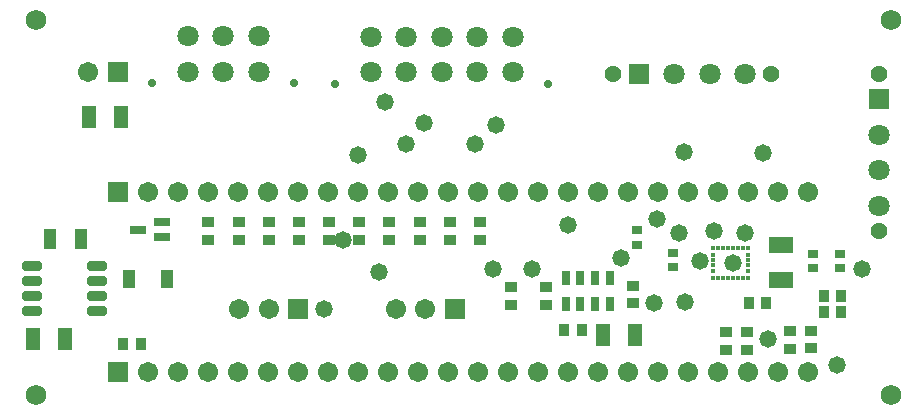
<source format=gts>
G04*
G04 #@! TF.GenerationSoftware,Altium Limited,Altium Designer,21.6.4 (81)*
G04*
G04 Layer_Color=8388736*
%FSLAX25Y25*%
%MOIN*%
G70*
G04*
G04 #@! TF.SameCoordinates,97392813-CCE2-4223-8130-4091A0700721*
G04*
G04*
G04 #@! TF.FilePolarity,Negative*
G04*
G01*
G75*
%ADD20R,0.03197X0.02985*%
%ADD22R,0.03543X0.02953*%
%ADD26R,0.03937X0.05906*%
%ADD27R,0.04156X0.06528*%
%ADD29R,0.04343X0.03556*%
%ADD30R,0.03162X0.05131*%
%ADD31R,0.01299X0.01772*%
%ADD32R,0.01772X0.01299*%
%ADD33R,0.07965X0.05367*%
G04:AMPARAMS|DCode=34|XSize=31.62mil|YSize=65.09mil|CornerRadius=6.01mil|HoleSize=0mil|Usage=FLASHONLY|Rotation=270.000|XOffset=0mil|YOffset=0mil|HoleType=Round|Shape=RoundedRectangle|*
%AMROUNDEDRECTD34*
21,1,0.03162,0.05307,0,0,270.0*
21,1,0.01961,0.06509,0,0,270.0*
1,1,0.01202,-0.02653,-0.00980*
1,1,0.01202,-0.02653,0.00980*
1,1,0.01202,0.02653,0.00980*
1,1,0.01202,0.02653,-0.00980*
%
%ADD34ROUNDEDRECTD34*%
%ADD35R,0.03556X0.04343*%
%ADD36R,0.05131X0.07493*%
%ADD37R,0.05328X0.02965*%
%ADD38C,0.07119*%
%ADD39C,0.02906*%
%ADD40R,0.07119X0.07119*%
%ADD41C,0.05642*%
%ADD42R,0.06706X0.06706*%
%ADD43C,0.06706*%
%ADD44C,0.06800*%
%ADD45R,0.07119X0.07119*%
%ADD46C,0.05800*%
D20*
X213000Y67469D02*
D03*
Y62532D02*
D03*
D22*
X271500Y59500D02*
D03*
Y54776D02*
D03*
X280500Y59500D02*
D03*
Y54776D02*
D03*
X225000Y55138D02*
D03*
Y59862D02*
D03*
D26*
X56098Y51000D02*
D03*
X43500D02*
D03*
D27*
X27623Y64500D02*
D03*
X17377D02*
D03*
D29*
X182500Y42595D02*
D03*
Y48500D02*
D03*
X171000Y48453D02*
D03*
Y42547D02*
D03*
X160500Y70000D02*
D03*
Y64095D02*
D03*
X150444Y70000D02*
D03*
Y64095D02*
D03*
X140389Y70000D02*
D03*
Y64095D02*
D03*
X130333Y70000D02*
D03*
Y64095D02*
D03*
X100167D02*
D03*
Y70000D02*
D03*
X90111Y64095D02*
D03*
Y70000D02*
D03*
X80056Y64095D02*
D03*
Y70000D02*
D03*
X70000Y64095D02*
D03*
Y70000D02*
D03*
X110222D02*
D03*
Y64095D02*
D03*
X249500Y27500D02*
D03*
Y33406D02*
D03*
X242500Y27595D02*
D03*
Y33500D02*
D03*
X120278Y64095D02*
D03*
Y70000D02*
D03*
X264000Y27905D02*
D03*
Y33811D02*
D03*
X271000Y28000D02*
D03*
Y33906D02*
D03*
X211500Y48953D02*
D03*
Y43047D02*
D03*
D30*
X203882Y51331D02*
D03*
Y42669D02*
D03*
X198961Y51331D02*
D03*
Y42669D02*
D03*
X194039D02*
D03*
Y51331D02*
D03*
X189118D02*
D03*
Y42669D02*
D03*
D31*
X238075Y51579D02*
D03*
X239768D02*
D03*
X241461D02*
D03*
X243154D02*
D03*
X244847D02*
D03*
X246539D02*
D03*
X248232D02*
D03*
X249925D02*
D03*
Y61421D02*
D03*
X248232D02*
D03*
X246539D02*
D03*
X244847D02*
D03*
X243154D02*
D03*
X241461D02*
D03*
X239768D02*
D03*
X238075D02*
D03*
D32*
Y53961D02*
D03*
Y55654D02*
D03*
Y57346D02*
D03*
X249925Y53961D02*
D03*
Y55654D02*
D03*
Y57346D02*
D03*
Y59039D02*
D03*
X238075D02*
D03*
D33*
X261000Y50886D02*
D03*
Y62500D02*
D03*
D34*
X32728Y40500D02*
D03*
Y45500D02*
D03*
Y50500D02*
D03*
Y55500D02*
D03*
X11272Y40500D02*
D03*
Y45500D02*
D03*
Y50500D02*
D03*
Y55500D02*
D03*
D35*
X41594Y29500D02*
D03*
X47500D02*
D03*
X188547Y34000D02*
D03*
X194453D02*
D03*
X256000Y43000D02*
D03*
X250095D02*
D03*
X281000Y40000D02*
D03*
X275095D02*
D03*
X281000Y45500D02*
D03*
X275095D02*
D03*
D36*
X11500Y31000D02*
D03*
X22130D02*
D03*
X41000Y105000D02*
D03*
X30370D02*
D03*
X212130Y32500D02*
D03*
X201500D02*
D03*
D37*
X54500Y65000D02*
D03*
Y70118D02*
D03*
X46626Y67559D02*
D03*
D38*
X63189Y132000D02*
D03*
X75000D02*
D03*
X86811D02*
D03*
X63189Y120189D02*
D03*
X75000D02*
D03*
X86811D02*
D03*
X293500Y99224D02*
D03*
Y87413D02*
D03*
Y75602D02*
D03*
X124189Y131811D02*
D03*
X136000D02*
D03*
X147811D02*
D03*
X159622D02*
D03*
X171433D02*
D03*
X124189Y120000D02*
D03*
X136000D02*
D03*
X147811D02*
D03*
X159622D02*
D03*
X171433D02*
D03*
X248933Y119500D02*
D03*
X237122D02*
D03*
X225311D02*
D03*
D39*
X51378Y116488D02*
D03*
X98622D02*
D03*
X183244Y116299D02*
D03*
X112378D02*
D03*
D40*
X293500Y111035D02*
D03*
D41*
Y119500D02*
D03*
Y67138D02*
D03*
X257398Y119500D02*
D03*
X205035D02*
D03*
D42*
X40000Y120000D02*
D03*
X152185Y41000D02*
D03*
X40000Y20000D02*
D03*
X100000Y41000D02*
D03*
X40000Y80000D02*
D03*
D43*
X30000Y120000D02*
D03*
X142342Y41000D02*
D03*
X132500D02*
D03*
X270000Y20000D02*
D03*
X260000D02*
D03*
X250000D02*
D03*
X240000D02*
D03*
X230000D02*
D03*
X220000D02*
D03*
X210000D02*
D03*
X200000D02*
D03*
X190000D02*
D03*
X180000D02*
D03*
X170000D02*
D03*
X160000D02*
D03*
X150000D02*
D03*
X140000D02*
D03*
X130000D02*
D03*
X120000D02*
D03*
X110000D02*
D03*
X100000D02*
D03*
X90000D02*
D03*
X80000D02*
D03*
X70000D02*
D03*
X60000D02*
D03*
X50000D02*
D03*
X80315Y41000D02*
D03*
X90158D02*
D03*
X50000Y80000D02*
D03*
X60000D02*
D03*
X70000D02*
D03*
X80000D02*
D03*
X90000D02*
D03*
X100000D02*
D03*
X110000D02*
D03*
X120000D02*
D03*
X130000D02*
D03*
X140000D02*
D03*
X150000D02*
D03*
X160000D02*
D03*
X170000D02*
D03*
X180000D02*
D03*
X190000D02*
D03*
X200000D02*
D03*
X210000D02*
D03*
X220000D02*
D03*
X230000D02*
D03*
X240000D02*
D03*
X250000D02*
D03*
X260000D02*
D03*
X270000D02*
D03*
D44*
X297500Y12500D02*
D03*
Y137500D02*
D03*
X12500D02*
D03*
Y12500D02*
D03*
D45*
X213500Y119500D02*
D03*
D46*
X178000Y54500D02*
D03*
X165000D02*
D03*
X127000Y53500D02*
D03*
X190000Y69000D02*
D03*
X129000Y110000D02*
D03*
X120000Y92500D02*
D03*
X255000Y93000D02*
D03*
X228500Y93500D02*
D03*
X245000Y56500D02*
D03*
X234000Y57000D02*
D03*
X219500Y71000D02*
D03*
X279500Y22500D02*
D03*
X256500Y31000D02*
D03*
X288000Y54500D02*
D03*
X229000Y43500D02*
D03*
X207500Y58000D02*
D03*
X218500Y43000D02*
D03*
X227000Y66500D02*
D03*
X238500Y67000D02*
D03*
X249000Y66500D02*
D03*
X166000Y102500D02*
D03*
X142000Y103000D02*
D03*
X159000Y96000D02*
D03*
X136000D02*
D03*
X108500Y41000D02*
D03*
X115000Y64000D02*
D03*
M02*

</source>
